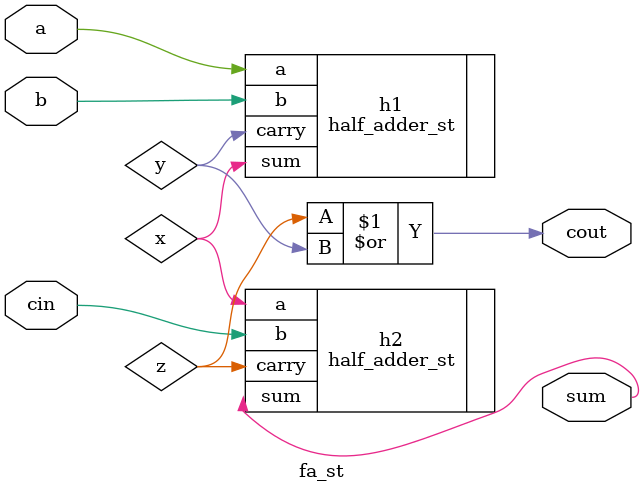
<source format=v>
`timescale 1ns / 1ps
module fa_st(a,b,cin,sum, cout);
input a,b,cin;
output sum, cout;
wire x,y,z;
half_adder_st h1(.a(a), .b(b), .sum(x), .carry(y));
half_adder_st h2(.a(x), .b(cin), .sum(sum), .carry(z));
or or_1(cout,z,y);
endmodule



</source>
